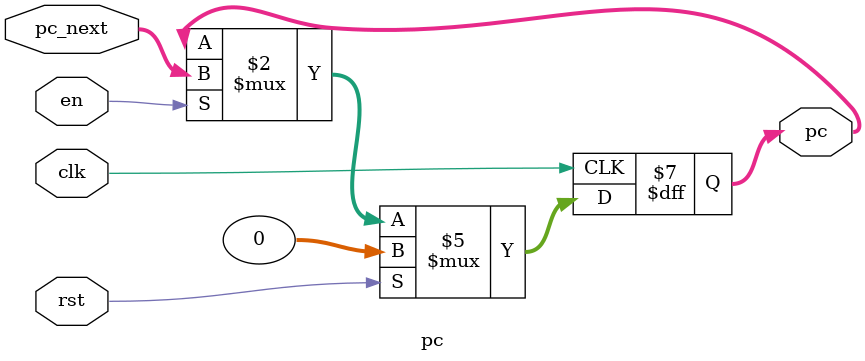
<source format=v>
`timescale 1ns / 1ps


module pc(
input wire clk,rst,
input wire [31:0] pc_next,
input wire en,
output reg [31:0] pc
    );
    
    always @(posedge clk) begin
        if(rst)begin
            pc<=32'b0;
        end
        else if(en) begin
            pc<=pc_next;
        end 
    end


endmodule

</source>
